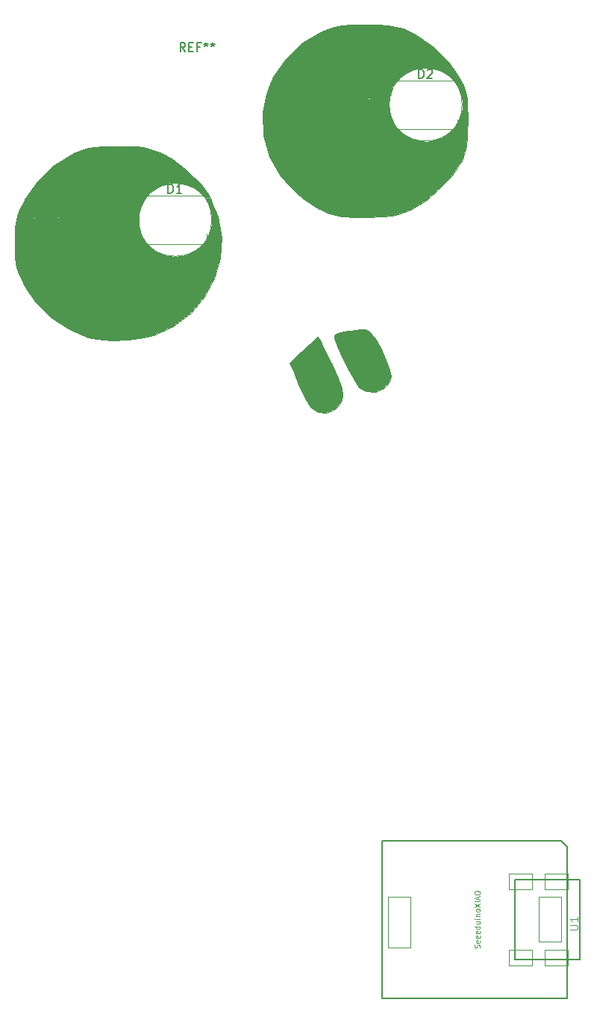
<source format=gbr>
G04 #@! TF.GenerationSoftware,KiCad,Pcbnew,(5.1.2)-1*
G04 #@! TF.CreationDate,2022-09-26T01:02:19+09:00*
G04 #@! TF.ProjectId,gopher_jump_xiao,676f7068-6572-45f6-9a75-6d705f786961,rev?*
G04 #@! TF.SameCoordinates,Original*
G04 #@! TF.FileFunction,Legend,Top*
G04 #@! TF.FilePolarity,Positive*
%FSLAX46Y46*%
G04 Gerber Fmt 4.6, Leading zero omitted, Abs format (unit mm)*
G04 Created by KiCad (PCBNEW (5.1.2)-1) date 2022-09-26 01:02:19*
%MOMM*%
%LPD*%
G04 APERTURE LIST*
%ADD10C,0.100000*%
%ADD11C,0.120000*%
%ADD12C,0.127000*%
%ADD13C,0.066040*%
%ADD14C,0.150000*%
%ADD15C,0.101600*%
%ADD16C,0.076200*%
G04 APERTURE END LIST*
D10*
G36*
X101410000Y-41490000D02*
G01*
X102150000Y-41480000D01*
X103530000Y-41490000D01*
X104740000Y-41550000D01*
X105620000Y-41680000D01*
X106430000Y-41920000D01*
X107290000Y-42290000D01*
X107980000Y-42650000D01*
X109910000Y-44000000D01*
X111630000Y-45720000D01*
X112290000Y-46670000D01*
X112910000Y-47590000D01*
X113270000Y-48320000D01*
X113530000Y-49050000D01*
X113680000Y-49820000D01*
X113700000Y-50000000D01*
X113250000Y-50010000D01*
X113170000Y-49990000D01*
X113140000Y-49840000D01*
X112990000Y-49220000D01*
X112820000Y-48790000D01*
X112580000Y-48330000D01*
X112400000Y-48080000D01*
X112200000Y-47820000D01*
X111690000Y-47310000D01*
X111110000Y-46900000D01*
X110730000Y-46710000D01*
X110290000Y-46540000D01*
X109900000Y-46440000D01*
X109260000Y-46350000D01*
X108530000Y-46380000D01*
X107990000Y-46470000D01*
X107620000Y-46580000D01*
X107090000Y-46810000D01*
X106800000Y-46980000D01*
X106460000Y-47210000D01*
X106120000Y-47500000D01*
X105860000Y-47780000D01*
X105620000Y-48070000D01*
X105290000Y-48610000D01*
X105140000Y-48940000D01*
X104980000Y-49410000D01*
X104920000Y-49670000D01*
X104870000Y-49890000D01*
X100390000Y-49800000D01*
X97490000Y-49750000D01*
X93670000Y-49690000D01*
X90830000Y-49650000D01*
X91150000Y-48860000D01*
X91740000Y-47370000D01*
X93120000Y-45340000D01*
X94940000Y-43610000D01*
X96990000Y-42360000D01*
X97130000Y-42280000D01*
X97850000Y-41980000D01*
X98650000Y-41710000D01*
X99520000Y-41560000D01*
X100680000Y-41490000D01*
X101410000Y-41490000D01*
G37*
X101410000Y-41490000D02*
X102150000Y-41480000D01*
X103530000Y-41490000D01*
X104740000Y-41550000D01*
X105620000Y-41680000D01*
X106430000Y-41920000D01*
X107290000Y-42290000D01*
X107980000Y-42650000D01*
X109910000Y-44000000D01*
X111630000Y-45720000D01*
X112290000Y-46670000D01*
X112910000Y-47590000D01*
X113270000Y-48320000D01*
X113530000Y-49050000D01*
X113680000Y-49820000D01*
X113700000Y-50000000D01*
X113250000Y-50010000D01*
X113170000Y-49990000D01*
X113140000Y-49840000D01*
X112990000Y-49220000D01*
X112820000Y-48790000D01*
X112580000Y-48330000D01*
X112400000Y-48080000D01*
X112200000Y-47820000D01*
X111690000Y-47310000D01*
X111110000Y-46900000D01*
X110730000Y-46710000D01*
X110290000Y-46540000D01*
X109900000Y-46440000D01*
X109260000Y-46350000D01*
X108530000Y-46380000D01*
X107990000Y-46470000D01*
X107620000Y-46580000D01*
X107090000Y-46810000D01*
X106800000Y-46980000D01*
X106460000Y-47210000D01*
X106120000Y-47500000D01*
X105860000Y-47780000D01*
X105620000Y-48070000D01*
X105290000Y-48610000D01*
X105140000Y-48940000D01*
X104980000Y-49410000D01*
X104920000Y-49670000D01*
X104870000Y-49890000D01*
X100390000Y-49800000D01*
X97490000Y-49750000D01*
X93670000Y-49690000D01*
X90830000Y-49650000D01*
X91150000Y-48860000D01*
X91740000Y-47370000D01*
X93120000Y-45340000D01*
X94940000Y-43610000D01*
X96990000Y-42360000D01*
X97130000Y-42280000D01*
X97850000Y-41980000D01*
X98650000Y-41710000D01*
X99520000Y-41560000D01*
X100680000Y-41490000D01*
X101410000Y-41490000D01*
G36*
X113190000Y-50040000D02*
G01*
X113700000Y-50030000D01*
X113750000Y-50890000D01*
X113770000Y-51770000D01*
X113730000Y-54210000D01*
X113620000Y-55280000D01*
X113410000Y-56140000D01*
X113080000Y-56930000D01*
X112960000Y-57160000D01*
X112800000Y-57390000D01*
X112500000Y-57820000D01*
X112160000Y-58320000D01*
X111920000Y-58680000D01*
X110450000Y-60200000D01*
X108900000Y-61500000D01*
X107320000Y-62440000D01*
X106200000Y-62890000D01*
X105250000Y-63120000D01*
X104090000Y-63260000D01*
X102360000Y-63330000D01*
X101190000Y-63340000D01*
X99490000Y-63220000D01*
X98070000Y-62880000D01*
X96800000Y-62300000D01*
X95360000Y-61360000D01*
X94370000Y-60590000D01*
X92560000Y-58680000D01*
X91310000Y-56480000D01*
X90640000Y-54070000D01*
X90550000Y-51450000D01*
X90840000Y-49650000D01*
X104860000Y-49920000D01*
X104830000Y-50380000D01*
X104840000Y-50920000D01*
X104890000Y-51280000D01*
X104970000Y-51650000D01*
X105130000Y-52110000D01*
X105300000Y-52480000D01*
X105530000Y-52860000D01*
X105690000Y-53090000D01*
X105860000Y-53290000D01*
X106190000Y-53630000D01*
X106550000Y-53920000D01*
X106840000Y-54110000D01*
X107070000Y-54240000D01*
X107320000Y-54360000D01*
X107790000Y-54530000D01*
X108030000Y-54600000D01*
X108590000Y-54700000D01*
X109130000Y-54720000D01*
X109530000Y-54680000D01*
X110250000Y-54530000D01*
X110820000Y-54300000D01*
X111330000Y-54010000D01*
X111680000Y-53750000D01*
X111970000Y-53480000D01*
X112250000Y-53170000D01*
X112500000Y-52840000D01*
X112720000Y-52480000D01*
X112880000Y-52120000D01*
X113060000Y-51590000D01*
X113170000Y-51060000D01*
X113190000Y-50580000D01*
X113180000Y-50140000D01*
X113170000Y-50020000D01*
X113190000Y-50040000D01*
G37*
X113190000Y-50040000D02*
X113700000Y-50030000D01*
X113750000Y-50890000D01*
X113770000Y-51770000D01*
X113730000Y-54210000D01*
X113620000Y-55280000D01*
X113410000Y-56140000D01*
X113080000Y-56930000D01*
X112960000Y-57160000D01*
X112800000Y-57390000D01*
X112500000Y-57820000D01*
X112160000Y-58320000D01*
X111920000Y-58680000D01*
X110450000Y-60200000D01*
X108900000Y-61500000D01*
X107320000Y-62440000D01*
X106200000Y-62890000D01*
X105250000Y-63120000D01*
X104090000Y-63260000D01*
X102360000Y-63330000D01*
X101190000Y-63340000D01*
X99490000Y-63220000D01*
X98070000Y-62880000D01*
X96800000Y-62300000D01*
X95360000Y-61360000D01*
X94370000Y-60590000D01*
X92560000Y-58680000D01*
X91310000Y-56480000D01*
X90640000Y-54070000D01*
X90550000Y-51450000D01*
X90840000Y-49650000D01*
X104860000Y-49920000D01*
X104830000Y-50380000D01*
X104840000Y-50920000D01*
X104890000Y-51280000D01*
X104970000Y-51650000D01*
X105130000Y-52110000D01*
X105300000Y-52480000D01*
X105530000Y-52860000D01*
X105690000Y-53090000D01*
X105860000Y-53290000D01*
X106190000Y-53630000D01*
X106550000Y-53920000D01*
X106840000Y-54110000D01*
X107070000Y-54240000D01*
X107320000Y-54360000D01*
X107790000Y-54530000D01*
X108030000Y-54600000D01*
X108590000Y-54700000D01*
X109130000Y-54720000D01*
X109530000Y-54680000D01*
X110250000Y-54530000D01*
X110820000Y-54300000D01*
X111330000Y-54010000D01*
X111680000Y-53750000D01*
X111970000Y-53480000D01*
X112250000Y-53170000D01*
X112500000Y-52840000D01*
X112720000Y-52480000D01*
X112880000Y-52120000D01*
X113060000Y-51590000D01*
X113170000Y-51060000D01*
X113190000Y-50580000D01*
X113180000Y-50140000D01*
X113170000Y-50020000D01*
X113190000Y-50040000D01*
G36*
X71430000Y-55340000D02*
G01*
X72500000Y-55250000D01*
X73810000Y-55240000D01*
X75230000Y-55240000D01*
X76270000Y-55290000D01*
X77290000Y-55420000D01*
X78100000Y-55660000D01*
X79050000Y-56060000D01*
X80250000Y-56720000D01*
X81830000Y-57920000D01*
X81970000Y-58030000D01*
X82510000Y-58550000D01*
X83480000Y-59520000D01*
X84390000Y-60810000D01*
X84540000Y-61030000D01*
X84040000Y-61220000D01*
X83920000Y-61050000D01*
X83660000Y-60740000D01*
X83260000Y-60360000D01*
X82770000Y-60010000D01*
X82380000Y-59810000D01*
X81900000Y-59620000D01*
X81420000Y-59490000D01*
X80840000Y-59420000D01*
X80560000Y-59410000D01*
X80080000Y-59440000D01*
X79520000Y-59550000D01*
X78880000Y-59770000D01*
X78300000Y-60100000D01*
X77740000Y-60550000D01*
X77270000Y-61050000D01*
X76940000Y-61570000D01*
X76790000Y-61870000D01*
X76620000Y-62290000D01*
X76500000Y-62700000D01*
X76460000Y-62960000D01*
X76440000Y-63140000D01*
X72460000Y-63220000D01*
X68650000Y-63340000D01*
X63290000Y-63510000D01*
X62560000Y-63550000D01*
X62860000Y-62650000D01*
X63500000Y-61360000D01*
X63540000Y-61280000D01*
X65040000Y-59170000D01*
X66930000Y-57400000D01*
X69110000Y-56070000D01*
X69810000Y-55760000D01*
X70710000Y-55460000D01*
X71430000Y-55340000D01*
G37*
X71430000Y-55340000D02*
X72500000Y-55250000D01*
X73810000Y-55240000D01*
X75230000Y-55240000D01*
X76270000Y-55290000D01*
X77290000Y-55420000D01*
X78100000Y-55660000D01*
X79050000Y-56060000D01*
X80250000Y-56720000D01*
X81830000Y-57920000D01*
X81970000Y-58030000D01*
X82510000Y-58550000D01*
X83480000Y-59520000D01*
X84390000Y-60810000D01*
X84540000Y-61030000D01*
X84040000Y-61220000D01*
X83920000Y-61050000D01*
X83660000Y-60740000D01*
X83260000Y-60360000D01*
X82770000Y-60010000D01*
X82380000Y-59810000D01*
X81900000Y-59620000D01*
X81420000Y-59490000D01*
X80840000Y-59420000D01*
X80560000Y-59410000D01*
X80080000Y-59440000D01*
X79520000Y-59550000D01*
X78880000Y-59770000D01*
X78300000Y-60100000D01*
X77740000Y-60550000D01*
X77270000Y-61050000D01*
X76940000Y-61570000D01*
X76790000Y-61870000D01*
X76620000Y-62290000D01*
X76500000Y-62700000D01*
X76460000Y-62960000D01*
X76440000Y-63140000D01*
X72460000Y-63220000D01*
X68650000Y-63340000D01*
X63290000Y-63510000D01*
X62560000Y-63550000D01*
X62860000Y-62650000D01*
X63500000Y-61360000D01*
X63540000Y-61280000D01*
X65040000Y-59170000D01*
X66930000Y-57400000D01*
X69110000Y-56070000D01*
X69810000Y-55760000D01*
X70710000Y-55460000D01*
X71430000Y-55340000D01*
G36*
X84080000Y-61240000D02*
G01*
X84550000Y-61070000D01*
X84970000Y-62090000D01*
X85280000Y-62830000D01*
X85450000Y-63240000D01*
X85830000Y-65600000D01*
X85670000Y-67970000D01*
X85010000Y-70230000D01*
X83910000Y-72310000D01*
X82370000Y-74140000D01*
X80390000Y-75640000D01*
X78140000Y-76690000D01*
X77040000Y-76970000D01*
X75240000Y-77200000D01*
X73360000Y-77270000D01*
X71710000Y-77150000D01*
X70670000Y-76930000D01*
X68560000Y-76030000D01*
X66500000Y-74670000D01*
X64800000Y-72970000D01*
X63800000Y-71500000D01*
X63420000Y-70950000D01*
X62730000Y-69500000D01*
X62500000Y-68660000D01*
X62400000Y-67640000D01*
X62370000Y-66040000D01*
X62430000Y-64490000D01*
X62570000Y-63560000D01*
X76420000Y-63170000D01*
X76420000Y-63840000D01*
X76480000Y-64370000D01*
X76650000Y-65030000D01*
X76920000Y-65590000D01*
X77230000Y-66090000D01*
X77450000Y-66360000D01*
X77660000Y-66580000D01*
X77900000Y-66800000D01*
X78180000Y-67020000D01*
X78570000Y-67260000D01*
X79240000Y-67560000D01*
X79660000Y-67680000D01*
X80000000Y-67740000D01*
X80370000Y-67780000D01*
X80700000Y-67780000D01*
X81150000Y-67750000D01*
X81460000Y-67700000D01*
X81780000Y-67620000D01*
X82130000Y-67500000D01*
X82520000Y-67320000D01*
X82750000Y-67190000D01*
X83120000Y-66940000D01*
X83420000Y-66700000D01*
X83780000Y-66320000D01*
X84070000Y-65950000D01*
X84340000Y-65470000D01*
X84490000Y-65150000D01*
X84620000Y-64760000D01*
X84730000Y-64270000D01*
X84780000Y-63860000D01*
X84780000Y-63330000D01*
X84660000Y-62550000D01*
X84470000Y-62010000D01*
X84320000Y-61670000D01*
X84080000Y-61240000D01*
G37*
X84080000Y-61240000D02*
X84550000Y-61070000D01*
X84970000Y-62090000D01*
X85280000Y-62830000D01*
X85450000Y-63240000D01*
X85830000Y-65600000D01*
X85670000Y-67970000D01*
X85010000Y-70230000D01*
X83910000Y-72310000D01*
X82370000Y-74140000D01*
X80390000Y-75640000D01*
X78140000Y-76690000D01*
X77040000Y-76970000D01*
X75240000Y-77200000D01*
X73360000Y-77270000D01*
X71710000Y-77150000D01*
X70670000Y-76930000D01*
X68560000Y-76030000D01*
X66500000Y-74670000D01*
X64800000Y-72970000D01*
X63800000Y-71500000D01*
X63420000Y-70950000D01*
X62730000Y-69500000D01*
X62500000Y-68660000D01*
X62400000Y-67640000D01*
X62370000Y-66040000D01*
X62430000Y-64490000D01*
X62570000Y-63560000D01*
X76420000Y-63170000D01*
X76420000Y-63840000D01*
X76480000Y-64370000D01*
X76650000Y-65030000D01*
X76920000Y-65590000D01*
X77230000Y-66090000D01*
X77450000Y-66360000D01*
X77660000Y-66580000D01*
X77900000Y-66800000D01*
X78180000Y-67020000D01*
X78570000Y-67260000D01*
X79240000Y-67560000D01*
X79660000Y-67680000D01*
X80000000Y-67740000D01*
X80370000Y-67780000D01*
X80700000Y-67780000D01*
X81150000Y-67750000D01*
X81460000Y-67700000D01*
X81780000Y-67620000D01*
X82130000Y-67500000D01*
X82520000Y-67320000D01*
X82750000Y-67190000D01*
X83120000Y-66940000D01*
X83420000Y-66700000D01*
X83780000Y-66320000D01*
X84070000Y-65950000D01*
X84340000Y-65470000D01*
X84490000Y-65150000D01*
X84620000Y-64760000D01*
X84730000Y-64270000D01*
X84780000Y-63860000D01*
X84780000Y-63330000D01*
X84660000Y-62550000D01*
X84470000Y-62010000D01*
X84320000Y-61670000D01*
X84080000Y-61240000D01*
G36*
X96775000Y-76830000D02*
G01*
X96930000Y-77090000D01*
X97120000Y-77450000D01*
X97670000Y-78570000D01*
X98060000Y-79360000D01*
X98290000Y-79810000D01*
X98720000Y-80740000D01*
X98910000Y-81160000D01*
X99070000Y-81510000D01*
X99470000Y-82680000D01*
X99560000Y-83350000D01*
X99590000Y-83560000D01*
X99430000Y-84240000D01*
X99010000Y-84790000D01*
X98730000Y-85040000D01*
X97750000Y-85480000D01*
X96780000Y-85410000D01*
X95950000Y-84830000D01*
X95490000Y-84110000D01*
X94990000Y-83130000D01*
X94530000Y-82110000D01*
X93950000Y-80710000D01*
X93570000Y-79810000D01*
X94025000Y-79390000D01*
X96775000Y-76830000D01*
G37*
X96775000Y-76830000D02*
X96930000Y-77090000D01*
X97120000Y-77450000D01*
X97670000Y-78570000D01*
X98060000Y-79360000D01*
X98290000Y-79810000D01*
X98720000Y-80740000D01*
X98910000Y-81160000D01*
X99070000Y-81510000D01*
X99470000Y-82680000D01*
X99560000Y-83350000D01*
X99590000Y-83560000D01*
X99430000Y-84240000D01*
X99010000Y-84790000D01*
X98730000Y-85040000D01*
X97750000Y-85480000D01*
X96780000Y-85410000D01*
X95950000Y-84830000D01*
X95490000Y-84110000D01*
X94990000Y-83130000D01*
X94530000Y-82110000D01*
X93950000Y-80710000D01*
X93570000Y-79810000D01*
X94025000Y-79390000D01*
X96775000Y-76830000D01*
G36*
X98660000Y-76800000D02*
G01*
X98840000Y-76530000D01*
X99370000Y-76350000D01*
X100210000Y-76200000D01*
X100480000Y-76150000D01*
X101600000Y-76010000D01*
X102180000Y-76040000D01*
X102590000Y-76270000D01*
X103020000Y-76740000D01*
X103370000Y-77210000D01*
X103820000Y-78000000D01*
X103960000Y-78250000D01*
X104050000Y-78440000D01*
X104510000Y-79470000D01*
X104890000Y-80560000D01*
X105040000Y-81350000D01*
X105050000Y-81380000D01*
X104890000Y-81910000D01*
X104420000Y-82550000D01*
X104220000Y-82710000D01*
X103280000Y-83090000D01*
X102280000Y-83050000D01*
X101470000Y-82610000D01*
X101030000Y-81980000D01*
X100270000Y-80590000D01*
X99810000Y-79720000D01*
X99340000Y-78730000D01*
X98990000Y-77920000D01*
X98890000Y-77690000D01*
X98670000Y-77020000D01*
X98660000Y-76800000D01*
G37*
X98660000Y-76800000D02*
X98840000Y-76530000D01*
X99370000Y-76350000D01*
X100210000Y-76200000D01*
X100480000Y-76150000D01*
X101600000Y-76010000D01*
X102180000Y-76040000D01*
X102590000Y-76270000D01*
X103020000Y-76740000D01*
X103370000Y-77210000D01*
X103820000Y-78000000D01*
X103960000Y-78250000D01*
X104050000Y-78440000D01*
X104510000Y-79470000D01*
X104890000Y-80560000D01*
X105040000Y-81350000D01*
X105050000Y-81380000D01*
X104890000Y-81910000D01*
X104420000Y-82550000D01*
X104220000Y-82710000D01*
X103280000Y-83090000D01*
X102280000Y-83050000D01*
X101470000Y-82610000D01*
X101030000Y-81980000D01*
X100270000Y-80590000D01*
X99810000Y-79720000D01*
X99340000Y-78730000D01*
X98990000Y-77920000D01*
X98890000Y-77690000D01*
X98670000Y-77020000D01*
X98660000Y-76800000D01*
D11*
X113139177Y-50530824D02*
G75*
G03X113139177Y-50530824I-4129177J0D01*
G01*
X84729177Y-63600824D02*
G75*
G03X84729177Y-63600824I-4129177J0D01*
G01*
D12*
X119143780Y-138437620D02*
X126497080Y-138437620D01*
X119143780Y-147436840D02*
X119143780Y-138437620D01*
X126497080Y-147436840D02*
X119143780Y-147436840D01*
X126497080Y-138442700D02*
X126497080Y-147436840D01*
X124401580Y-134043420D02*
X104073960Y-134043420D01*
X125072140Y-134713980D02*
X124401580Y-134043420D01*
X125072140Y-151841200D02*
X125072140Y-134713980D01*
X104073960Y-151841200D02*
X125072140Y-151841200D01*
X104073960Y-134043420D02*
X104073960Y-151841200D01*
D13*
X122488960Y-146362420D02*
X125155960Y-146362420D01*
X125155960Y-146362420D02*
X125155960Y-148140420D01*
X122488960Y-148140420D02*
X125155960Y-148140420D01*
X122488960Y-146362420D02*
X122488960Y-148140420D01*
X118422420Y-146362420D02*
X121091960Y-146362420D01*
X121091960Y-146362420D02*
X121091960Y-148140420D01*
X118422420Y-148140420D02*
X121091960Y-148140420D01*
X118422420Y-146362420D02*
X118422420Y-148140420D01*
X118422420Y-137726420D02*
X121091960Y-137726420D01*
X121091960Y-137726420D02*
X121091960Y-139504420D01*
X118422420Y-139504420D02*
X121091960Y-139504420D01*
X118422420Y-137726420D02*
X118422420Y-139504420D01*
X122488960Y-137726420D02*
X125155960Y-137726420D01*
X125155960Y-137726420D02*
X125155960Y-139504420D01*
X122488960Y-139504420D02*
X125155960Y-139504420D01*
X122488960Y-137726420D02*
X122488960Y-139504420D01*
X104708960Y-140393420D02*
X107248960Y-140393420D01*
X107248960Y-140393420D02*
X107248960Y-146108420D01*
X104708960Y-146108420D02*
X107248960Y-146108420D01*
X104708960Y-140393420D02*
X104708960Y-146108420D01*
X121853960Y-140393420D02*
X124393960Y-140393420D01*
X124393960Y-140393420D02*
X124393960Y-145473420D01*
X121853960Y-145473420D02*
X124393960Y-145473420D01*
X121853960Y-140393420D02*
X121853960Y-145473420D01*
D11*
X112630000Y-53330000D02*
X112630000Y-52180000D01*
X105330000Y-53330000D02*
X112630000Y-53330000D01*
X105330000Y-47830000D02*
X112630000Y-47830000D01*
X84180000Y-66360000D02*
X84180000Y-65210000D01*
X76880000Y-66360000D02*
X84180000Y-66360000D01*
X76880000Y-60860000D02*
X84180000Y-60860000D01*
D14*
X81736666Y-44502380D02*
X81403333Y-44026190D01*
X81165238Y-44502380D02*
X81165238Y-43502380D01*
X81546190Y-43502380D01*
X81641428Y-43550000D01*
X81689047Y-43597619D01*
X81736666Y-43692857D01*
X81736666Y-43835714D01*
X81689047Y-43930952D01*
X81641428Y-43978571D01*
X81546190Y-44026190D01*
X81165238Y-44026190D01*
X82165238Y-43978571D02*
X82498571Y-43978571D01*
X82641428Y-44502380D02*
X82165238Y-44502380D01*
X82165238Y-43502380D01*
X82641428Y-43502380D01*
X83403333Y-43978571D02*
X83070000Y-43978571D01*
X83070000Y-44502380D02*
X83070000Y-43502380D01*
X83546190Y-43502380D01*
X84070000Y-43502380D02*
X84070000Y-43740476D01*
X83831904Y-43645238D02*
X84070000Y-43740476D01*
X84308095Y-43645238D01*
X83927142Y-43930952D02*
X84070000Y-43740476D01*
X84212857Y-43930952D01*
X84831904Y-43502380D02*
X84831904Y-43740476D01*
X84593809Y-43645238D02*
X84831904Y-43740476D01*
X85070000Y-43645238D01*
X84689047Y-43930952D02*
X84831904Y-43740476D01*
X84974761Y-43930952D01*
D15*
X125367626Y-144055253D02*
X126087293Y-144055253D01*
X126171960Y-144012920D01*
X126214293Y-143970586D01*
X126256626Y-143885920D01*
X126256626Y-143716586D01*
X126214293Y-143631920D01*
X126171960Y-143589586D01*
X126087293Y-143547253D01*
X125367626Y-143547253D01*
X126256626Y-142658253D02*
X126256626Y-143166253D01*
X126256626Y-142912253D02*
X125367626Y-142912253D01*
X125494626Y-142996920D01*
X125579293Y-143081586D01*
X125621626Y-143166253D01*
D16*
X115115702Y-146155591D02*
X115144731Y-146068505D01*
X115144731Y-145923362D01*
X115115702Y-145865305D01*
X115086674Y-145836277D01*
X115028617Y-145807248D01*
X114970560Y-145807248D01*
X114912502Y-145836277D01*
X114883474Y-145865305D01*
X114854445Y-145923362D01*
X114825417Y-146039477D01*
X114796388Y-146097534D01*
X114767360Y-146126562D01*
X114709302Y-146155591D01*
X114651245Y-146155591D01*
X114593188Y-146126562D01*
X114564160Y-146097534D01*
X114535131Y-146039477D01*
X114535131Y-145894334D01*
X114564160Y-145807248D01*
X115115702Y-145313762D02*
X115144731Y-145371820D01*
X115144731Y-145487934D01*
X115115702Y-145545991D01*
X115057645Y-145575020D01*
X114825417Y-145575020D01*
X114767360Y-145545991D01*
X114738331Y-145487934D01*
X114738331Y-145371820D01*
X114767360Y-145313762D01*
X114825417Y-145284734D01*
X114883474Y-145284734D01*
X114941531Y-145575020D01*
X115115702Y-144791248D02*
X115144731Y-144849305D01*
X115144731Y-144965420D01*
X115115702Y-145023477D01*
X115057645Y-145052505D01*
X114825417Y-145052505D01*
X114767360Y-145023477D01*
X114738331Y-144965420D01*
X114738331Y-144849305D01*
X114767360Y-144791248D01*
X114825417Y-144762220D01*
X114883474Y-144762220D01*
X114941531Y-145052505D01*
X115115702Y-144268734D02*
X115144731Y-144326791D01*
X115144731Y-144442905D01*
X115115702Y-144500962D01*
X115057645Y-144529991D01*
X114825417Y-144529991D01*
X114767360Y-144500962D01*
X114738331Y-144442905D01*
X114738331Y-144326791D01*
X114767360Y-144268734D01*
X114825417Y-144239705D01*
X114883474Y-144239705D01*
X114941531Y-144529991D01*
X115144731Y-143717191D02*
X114535131Y-143717191D01*
X115115702Y-143717191D02*
X115144731Y-143775248D01*
X115144731Y-143891362D01*
X115115702Y-143949420D01*
X115086674Y-143978448D01*
X115028617Y-144007477D01*
X114854445Y-144007477D01*
X114796388Y-143978448D01*
X114767360Y-143949420D01*
X114738331Y-143891362D01*
X114738331Y-143775248D01*
X114767360Y-143717191D01*
X114738331Y-143165648D02*
X115144731Y-143165648D01*
X114738331Y-143426905D02*
X115057645Y-143426905D01*
X115115702Y-143397877D01*
X115144731Y-143339820D01*
X115144731Y-143252734D01*
X115115702Y-143194677D01*
X115086674Y-143165648D01*
X115144731Y-142875362D02*
X114738331Y-142875362D01*
X114535131Y-142875362D02*
X114564160Y-142904391D01*
X114593188Y-142875362D01*
X114564160Y-142846334D01*
X114535131Y-142875362D01*
X114593188Y-142875362D01*
X114738331Y-142585077D02*
X115144731Y-142585077D01*
X114796388Y-142585077D02*
X114767360Y-142556048D01*
X114738331Y-142497991D01*
X114738331Y-142410905D01*
X114767360Y-142352848D01*
X114825417Y-142323820D01*
X115144731Y-142323820D01*
X115144731Y-141946448D02*
X115115702Y-142004505D01*
X115086674Y-142033534D01*
X115028617Y-142062562D01*
X114854445Y-142062562D01*
X114796388Y-142033534D01*
X114767360Y-142004505D01*
X114738331Y-141946448D01*
X114738331Y-141859362D01*
X114767360Y-141801305D01*
X114796388Y-141772277D01*
X114854445Y-141743248D01*
X115028617Y-141743248D01*
X115086674Y-141772277D01*
X115115702Y-141801305D01*
X115144731Y-141859362D01*
X115144731Y-141946448D01*
X114535131Y-141540048D02*
X115144731Y-141133648D01*
X114535131Y-141133648D02*
X115144731Y-141540048D01*
X115144731Y-140901420D02*
X114535131Y-140901420D01*
X114970560Y-140640162D02*
X114970560Y-140349877D01*
X115144731Y-140698220D02*
X114535131Y-140495020D01*
X115144731Y-140291820D01*
X114535131Y-139972505D02*
X114535131Y-139856391D01*
X114564160Y-139798334D01*
X114622217Y-139740277D01*
X114738331Y-139711248D01*
X114941531Y-139711248D01*
X115057645Y-139740277D01*
X115115702Y-139798334D01*
X115144731Y-139856391D01*
X115144731Y-139972505D01*
X115115702Y-140030562D01*
X115057645Y-140088620D01*
X114941531Y-140117648D01*
X114738331Y-140117648D01*
X114622217Y-140088620D01*
X114564160Y-140030562D01*
X114535131Y-139972505D01*
D14*
X108241904Y-47532380D02*
X108241904Y-46532380D01*
X108480000Y-46532380D01*
X108622857Y-46580000D01*
X108718095Y-46675238D01*
X108765714Y-46770476D01*
X108813333Y-46960952D01*
X108813333Y-47103809D01*
X108765714Y-47294285D01*
X108718095Y-47389523D01*
X108622857Y-47484761D01*
X108480000Y-47532380D01*
X108241904Y-47532380D01*
X109194285Y-46627619D02*
X109241904Y-46580000D01*
X109337142Y-46532380D01*
X109575238Y-46532380D01*
X109670476Y-46580000D01*
X109718095Y-46627619D01*
X109765714Y-46722857D01*
X109765714Y-46818095D01*
X109718095Y-46960952D01*
X109146666Y-47532380D01*
X109765714Y-47532380D01*
X105115714Y-49432380D02*
X104544285Y-49432380D01*
X104830000Y-49432380D02*
X104830000Y-48432380D01*
X104734761Y-48575238D01*
X104639523Y-48670476D01*
X104544285Y-48718095D01*
X79791904Y-60562380D02*
X79791904Y-59562380D01*
X80030000Y-59562380D01*
X80172857Y-59610000D01*
X80268095Y-59705238D01*
X80315714Y-59800476D01*
X80363333Y-59990952D01*
X80363333Y-60133809D01*
X80315714Y-60324285D01*
X80268095Y-60419523D01*
X80172857Y-60514761D01*
X80030000Y-60562380D01*
X79791904Y-60562380D01*
X81315714Y-60562380D02*
X80744285Y-60562380D01*
X81030000Y-60562380D02*
X81030000Y-59562380D01*
X80934761Y-59705238D01*
X80839523Y-59800476D01*
X80744285Y-59848095D01*
X76665714Y-62462380D02*
X76094285Y-62462380D01*
X76380000Y-62462380D02*
X76380000Y-61462380D01*
X76284761Y-61605238D01*
X76189523Y-61700476D01*
X76094285Y-61748095D01*
M02*

</source>
